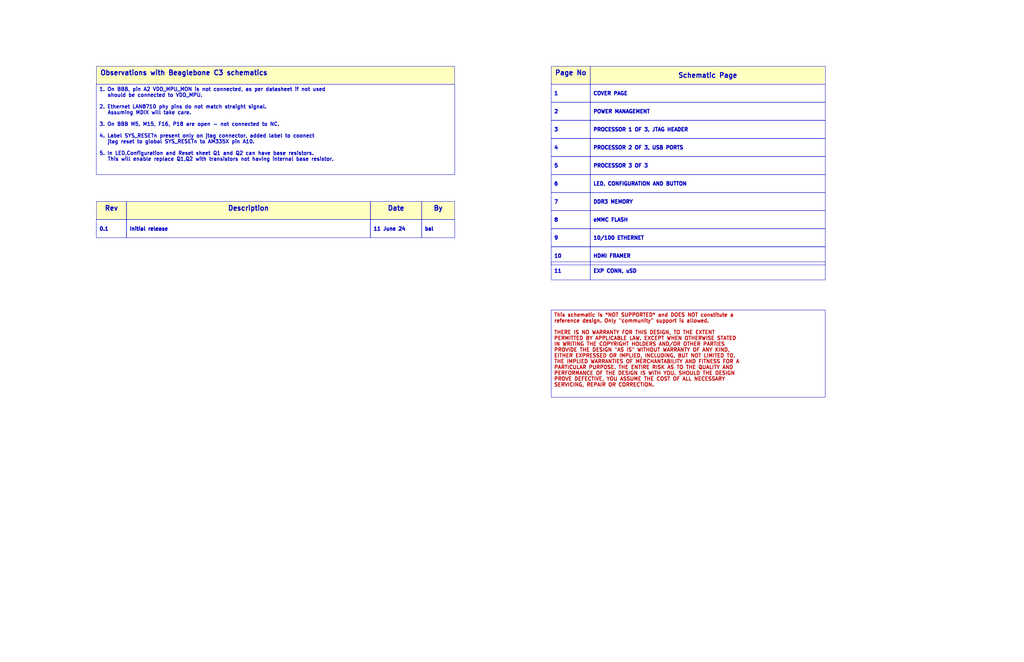
<source format=kicad_sch>
(kicad_sch
	(version 20231120)
	(generator "eeschema")
	(generator_version "8.0")
	(uuid "01478e3d-58c3-4ed1-bf36-bee13a363047")
	(paper "B")
	(title_block
		(title "OpenForge Cover Page")
	)
	(lib_symbols)
	(text_box "3"
		(exclude_from_sim no)
		(at 232.41 50.8 0)
		(size 16.51 7.62)
		(stroke
			(width 0)
			(type default)
		)
		(fill
			(type none)
		)
		(effects
			(font
				(size 1.524 1.524)
				(thickness 0.4064)
				(bold yes)
			)
			(justify left)
		)
		(uuid "0646a8d3-3216-4284-82e5-4a0b33f24518")
	)
	(text_box "PROCESSOR 1 OF 3, JTAG HEADER"
		(exclude_from_sim no)
		(at 248.92 50.8 0)
		(size 99.06 7.62)
		(stroke
			(width 0)
			(type default)
		)
		(fill
			(type none)
		)
		(effects
			(font
				(size 1.524 1.524)
				(thickness 0.4064)
				(bold yes)
			)
			(justify left)
		)
		(uuid "0a0c0ab6-670d-4290-9146-031282582444")
	)
	(text_box "11 June 24"
		(exclude_from_sim no)
		(at 156.21 92.71 0)
		(size 21.59 7.62)
		(stroke
			(width 0)
			(type default)
		)
		(fill
			(type none)
		)
		(effects
			(font
				(size 1.524 1.524)
				(thickness 0.4064)
				(bold yes)
			)
			(justify left)
		)
		(uuid "0bd60847-86a0-45a4-8d33-2129fa4c6d5a")
	)
	(text_box "Initial release"
		(exclude_from_sim no)
		(at 53.34 92.71 0)
		(size 102.87 7.62)
		(stroke
			(width 0)
			(type default)
		)
		(fill
			(type none)
		)
		(effects
			(font
				(size 1.524 1.524)
				(thickness 0.4064)
				(bold yes)
			)
			(justify left)
		)
		(uuid "0f7aa1ff-0ba0-4bca-bce2-22207e9481db")
	)
	(text_box "COVER PAGE"
		(exclude_from_sim no)
		(at 248.92 35.56 0)
		(size 99.06 7.62)
		(stroke
			(width 0)
			(type default)
		)
		(fill
			(type none)
		)
		(effects
			(font
				(size 1.524 1.524)
				(thickness 0.4064)
				(bold yes)
			)
			(justify left)
		)
		(uuid "1723e0a0-8c1c-4398-8613-7f691cf01e75")
	)
	(text_box "7"
		(exclude_from_sim no)
		(at 232.41 81.28 0)
		(size 16.51 7.62)
		(stroke
			(width 0)
			(type default)
		)
		(fill
			(type none)
		)
		(effects
			(font
				(size 1.524 1.524)
				(thickness 0.4064)
				(bold yes)
			)
			(justify left)
		)
		(uuid "187f3e91-d030-49ae-8482-abc588deb637")
	)
	(text_box "1"
		(exclude_from_sim no)
		(at 232.41 35.56 0)
		(size 16.51 7.62)
		(stroke
			(width 0)
			(type default)
		)
		(fill
			(type none)
		)
		(effects
			(font
				(size 1.524 1.524)
				(thickness 0.4064)
				(bold yes)
			)
			(justify left)
		)
		(uuid "2830beed-1a89-4bca-8a80-fe34e5531b3c")
	)
	(text_box "11"
		(exclude_from_sim no)
		(at 232.41 110.49 0)
		(size 16.51 7.62)
		(stroke
			(width 0)
			(type default)
		)
		(fill
			(type none)
		)
		(effects
			(font
				(size 1.524 1.524)
				(thickness 0.4064)
				(bold yes)
			)
			(justify left)
		)
		(uuid "3844585a-1b53-499d-a77d-9a520549c1bd")
	)
	(text_box "6"
		(exclude_from_sim no)
		(at 232.41 73.66 0)
		(size 16.51 7.62)
		(stroke
			(width 0)
			(type default)
		)
		(fill
			(type none)
		)
		(effects
			(font
				(size 1.524 1.524)
				(thickness 0.4064)
				(bold yes)
			)
			(justify left)
		)
		(uuid "409fbd0a-e8be-489e-861a-ef4d0632506a")
	)
	(text_box "8"
		(exclude_from_sim no)
		(at 232.41 88.9 0)
		(size 16.51 7.62)
		(stroke
			(width 0)
			(type default)
		)
		(fill
			(type none)
		)
		(effects
			(font
				(size 1.524 1.524)
				(thickness 0.4064)
				(bold yes)
			)
			(justify left)
		)
		(uuid "4348de60-c40e-46a5-9ce3-645ddc557c0f")
	)
	(text_box "PROCESSOR 2 OF 3, USB PORTS"
		(exclude_from_sim no)
		(at 248.92 58.42 0)
		(size 99.06 7.62)
		(stroke
			(width 0)
			(type default)
		)
		(fill
			(type none)
		)
		(effects
			(font
				(size 1.524 1.524)
				(thickness 0.4064)
				(bold yes)
			)
			(justify left)
		)
		(uuid "4683a84f-556a-459a-b2da-59daa85d097c")
	)
	(text_box "1. On BBB, pin A2 VDD_MPU_MON is not connected, as per datasheet if not used\n   should be connected to VDD_MPU.\n\n2. Ethernet LAN8710 phy pins do not match straight signal.\n   Assuming MDIX will take care.\n\n3. On BBB M5, M15, F16, P18 are open - not connected to NC.\n\n4. Label SYS_RESETn present only on jtag connector, added label to coonect\n   jtag reset to global SYS_RESETn to AM335X pin A10.\n\n5. In LED,Configuration and Reset sheet Q1 and Q2 can have base resistors.\n   This will enable replace Q1,Q2 with transistors not having internal base resistor."
		(exclude_from_sim no)
		(at 40.64 35.56 0)
		(size 151.13 38.1)
		(stroke
			(width 0)
			(type default)
		)
		(fill
			(type none)
		)
		(effects
			(font
				(size 1.524 1.524)
				(thickness 0.3048)
				(bold yes)
			)
			(justify left top)
		)
		(uuid "4800524f-c27f-46e8-827b-849e4b9e1352")
	)
	(text_box "PROCESSOR 3 OF 3"
		(exclude_from_sim no)
		(at 248.92 66.04 0)
		(size 99.06 7.62)
		(stroke
			(width 0)
			(type default)
		)
		(fill
			(type none)
		)
		(effects
			(font
				(size 1.524 1.524)
				(thickness 0.4064)
				(bold yes)
			)
			(justify left)
		)
		(uuid "4a36f94d-371a-4b2d-9efe-f14416cc8188")
	)
	(text_box "By"
		(exclude_from_sim no)
		(at 177.8 85.09 0)
		(size 13.97 7.62)
		(stroke
			(width 0)
			(type default)
		)
		(fill
			(type color)
			(color 255 255 194 1)
		)
		(effects
			(font
				(size 2.032 2.032)
				(thickness 0.4064)
				(bold yes)
			)
			(justify top)
		)
		(uuid "5f6b9880-a6b9-462d-bdfa-fa771c768564")
	)
	(text_box "9"
		(exclude_from_sim no)
		(at 232.41 96.52 0)
		(size 16.51 7.62)
		(stroke
			(width 0)
			(type default)
		)
		(fill
			(type none)
		)
		(effects
			(font
				(size 1.524 1.524)
				(thickness 0.4064)
				(bold yes)
			)
			(justify left)
		)
		(uuid "60a129c6-3128-4ff3-ba0f-6b5c02629420")
	)
	(text_box "0.1"
		(exclude_from_sim no)
		(at 40.64 92.71 0)
		(size 12.7 7.62)
		(stroke
			(width 0)
			(type default)
		)
		(fill
			(type none)
		)
		(effects
			(font
				(size 1.524 1.524)
				(thickness 0.4064)
				(bold yes)
			)
			(justify left)
		)
		(uuid "626d6d06-01f0-4764-a75d-e338a97dc35e")
	)
	(text_box "DDR3 MEMORY"
		(exclude_from_sim no)
		(at 248.92 81.28 0)
		(size 99.06 7.62)
		(stroke
			(width 0)
			(type default)
		)
		(fill
			(type none)
		)
		(effects
			(font
				(size 1.524 1.524)
				(thickness 0.4064)
				(bold yes)
			)
			(justify left)
		)
		(uuid "6b8dd8c1-cdc7-40da-8a0f-b7b208b2a0ce")
	)
	(text_box "Observations with Beaglebone C3 schematics"
		(exclude_from_sim no)
		(at 40.64 27.94 0)
		(size 151.13 7.62)
		(stroke
			(width 0)
			(type default)
		)
		(fill
			(type color)
			(color 255 255 194 1)
		)
		(effects
			(font
				(size 2.032 2.032)
				(thickness 0.4064)
				(bold yes)
			)
			(justify left top)
		)
		(uuid "70e20603-df49-4d08-8265-51c4fad94e18")
	)
	(text_box "4"
		(exclude_from_sim no)
		(at 232.41 58.42 0)
		(size 16.51 7.62)
		(stroke
			(width 0)
			(type default)
		)
		(fill
			(type none)
		)
		(effects
			(font
				(size 1.524 1.524)
				(thickness 0.4064)
				(bold yes)
			)
			(justify left)
		)
		(uuid "7ea9ac27-b3da-477b-8f15-cb26ec72644a")
	)
	(text_box "5"
		(exclude_from_sim no)
		(at 232.41 66.04 0)
		(size 16.51 7.62)
		(stroke
			(width 0)
			(type default)
		)
		(fill
			(type none)
		)
		(effects
			(font
				(size 1.524 1.524)
				(thickness 0.4064)
				(bold yes)
			)
			(justify left)
		)
		(uuid "85f5be0a-38a2-4fea-93d5-ca2c8243e452")
	)
	(text_box "bal"
		(exclude_from_sim no)
		(at 177.8 92.71 0)
		(size 13.97 7.62)
		(stroke
			(width 0)
			(type default)
		)
		(fill
			(type none)
		)
		(effects
			(font
				(size 1.524 1.524)
				(thickness 0.4064)
				(bold yes)
			)
			(justify left)
		)
		(uuid "874a56d8-dd3e-46ac-a0bf-09f089e97734")
	)
	(text_box "Date"
		(exclude_from_sim no)
		(at 156.21 85.09 0)
		(size 21.59 7.62)
		(stroke
			(width 0)
			(type default)
		)
		(fill
			(type color)
			(color 255 255 194 1)
		)
		(effects
			(font
				(size 2.032 2.032)
				(thickness 0.4064)
				(bold yes)
			)
			(justify top)
		)
		(uuid "908c5ce9-0580-4f49-990c-1c68ae0a4a72")
	)
	(text_box "POWER MANAGEMENT"
		(exclude_from_sim no)
		(at 248.92 43.18 0)
		(size 99.06 7.62)
		(stroke
			(width 0)
			(type default)
		)
		(fill
			(type none)
		)
		(effects
			(font
				(size 1.524 1.524)
				(thickness 0.4064)
				(bold yes)
			)
			(justify left)
		)
		(uuid "91d07a60-8b00-4770-94f8-ed6a762b08e7")
	)
	(text_box "eMMC FLASH"
		(exclude_from_sim no)
		(at 248.92 88.9 0)
		(size 99.06 7.62)
		(stroke
			(width 0)
			(type default)
		)
		(fill
			(type none)
		)
		(effects
			(font
				(size 1.524 1.524)
				(thickness 0.4064)
				(bold yes)
			)
			(justify left)
		)
		(uuid "9c8347ce-9508-49a3-b05e-0e36746f4878")
	)
	(text_box "Description"
		(exclude_from_sim no)
		(at 53.34 85.09 0)
		(size 102.87 7.62)
		(stroke
			(width 0)
			(type default)
		)
		(fill
			(type color)
			(color 255 255 194 1)
		)
		(effects
			(font
				(size 2.032 2.032)
				(thickness 0.4064)
				(bold yes)
			)
			(justify top)
		)
		(uuid "9d8cb498-ce58-4737-b711-5524316cc73d")
	)
	(text_box "Rev"
		(exclude_from_sim no)
		(at 40.64 85.09 0)
		(size 12.7 7.62)
		(stroke
			(width 0)
			(type default)
		)
		(fill
			(type color)
			(color 255 255 194 1)
		)
		(effects
			(font
				(size 2.032 2.032)
				(thickness 0.4064)
				(bold yes)
			)
			(justify top)
		)
		(uuid "a6afd9b4-5af9-49b9-a9ec-580ee750fc08")
	)
	(text_box "10"
		(exclude_from_sim no)
		(at 232.41 104.14 0)
		(size 16.51 7.62)
		(stroke
			(width 0)
			(type default)
		)
		(fill
			(type none)
		)
		(effects
			(font
				(size 1.524 1.524)
				(thickness 0.4064)
				(bold yes)
			)
			(justify left)
		)
		(uuid "b19f6da7-60ad-4c12-8f4d-b68b05030c19")
	)
	(text_box "10/100 ETHERNET"
		(exclude_from_sim no)
		(at 248.92 96.52 0)
		(size 99.06 7.62)
		(stroke
			(width 0)
			(type default)
		)
		(fill
			(type none)
		)
		(effects
			(font
				(size 1.524 1.524)
				(thickness 0.4064)
				(bold yes)
			)
			(justify left)
		)
		(uuid "b35bf8b4-3919-4e28-b153-d346317b793f")
	)
	(text_box "HDMI FRAMER"
		(exclude_from_sim no)
		(at 248.92 104.14 0)
		(size 99.06 7.62)
		(stroke
			(width 0)
			(type default)
		)
		(fill
			(type none)
		)
		(effects
			(font
				(size 1.524 1.524)
				(thickness 0.4064)
				(bold yes)
			)
			(justify left)
		)
		(uuid "bbcb6383-13b3-41d6-b7a4-750eb42a47d1")
	)
	(text_box "Page No"
		(exclude_from_sim no)
		(at 232.41 27.94 0)
		(size 16.51 7.62)
		(stroke
			(width 0)
			(type default)
		)
		(fill
			(type color)
			(color 255 255 194 1)
		)
		(effects
			(font
				(size 2.032 2.032)
				(thickness 0.4064)
				(bold yes)
			)
			(justify left top)
		)
		(uuid "c0aab601-1536-4b44-bff4-e6ac494381bd")
	)
	(text_box "This schematic is *NOT SUPPORTED* and DOES NOT constitute a\nreference design. Only \"community\" support is allowed.\n\nTHERE IS NO WARRANTY FOR THIS DESIGN, TO THE EXTENT\nPERMITTED BY APPLICABLE LAW. EXCEPT WHEN OTHERWISE STATED\nIN WRITING THE COPYRIGHT HOLDERS AND/OR OTHER PARTIES\nPROVIDE THE DESIGN \"AS IS\" WITHOUT WARRANTY OF ANY KIND,\nEITHER EXPRESSED OR IMPLIED, INCLUDING, BUT NOT LIMITED TO,\nTHE IMPLIED WARRANTIES OF MERCHANTABILITY AND FITNESS FOR A\nPARTICULAR PURPOSE. THE ENTIRE RISK AS TO THE QUALITY AND\nPERFORMANCE OF THE DESIGN IS WITH YOU. SHOULD THE DESIGN\nPROVE DEFECTIVE, YOU ASSUME THE COST OF ALL NECESSARY\nSERVICING, REPAIR OR CORRECTION."
		(exclude_from_sim no)
		(at 232.41 130.81 0)
		(size 115.57 36.83)
		(stroke
			(width 0)
			(type default)
		)
		(fill
			(type none)
		)
		(effects
			(font
				(size 1.524 1.524)
				(thickness 0.3048)
				(bold yes)
				(color 194 0 0 1)
			)
			(justify left top)
		)
		(uuid "c769a503-ff74-4d29-a0e4-00897a8dbb39")
	)
	(text_box "Schematic Page"
		(exclude_from_sim no)
		(at 248.92 27.94 0)
		(size 99.06 7.62)
		(stroke
			(width 0)
			(type default)
		)
		(fill
			(type color)
			(color 255 255 194 1)
		)
		(effects
			(font
				(size 2.032 2.032)
				(thickness 0.4064)
				(bold yes)
			)
		)
		(uuid "c93396b0-8e07-4854-9878-df48da1212cf")
	)
	(text_box "2"
		(exclude_from_sim no)
		(at 232.41 43.18 0)
		(size 16.51 7.62)
		(stroke
			(width 0)
			(type default)
		)
		(fill
			(type none)
		)
		(effects
			(font
				(size 1.524 1.524)
				(thickness 0.4064)
				(bold yes)
			)
			(justify left)
		)
		(uuid "d85ca707-a5d0-4cdf-8258-5f2da51b2940")
	)
	(text_box "EXP CONN, uSD"
		(exclude_from_sim no)
		(at 248.92 110.49 0)
		(size 99.06 7.62)
		(stroke
			(width 0)
			(type default)
		)
		(fill
			(type none)
		)
		(effects
			(font
				(size 1.524 1.524)
				(thickness 0.4064)
				(bold yes)
			)
			(justify left)
		)
		(uuid "d9cfca0d-f389-47c1-b41a-c2f9d8934687")
	)
	(text_box "LED, CONFIGURATION AND BUTTON"
		(exclude_from_sim no)
		(at 248.92 73.66 0)
		(size 99.06 7.62)
		(stroke
			(width 0)
			(type default)
		)
		(fill
			(type none)
		)
		(effects
			(font
				(size 1.524 1.524)
				(thickness 0.4064)
				(bold yes)
			)
			(justify left)
		)
		(uuid "e4057c56-59dc-4e8e-8afa-3ece86a1ed4c")
	)
)

</source>
